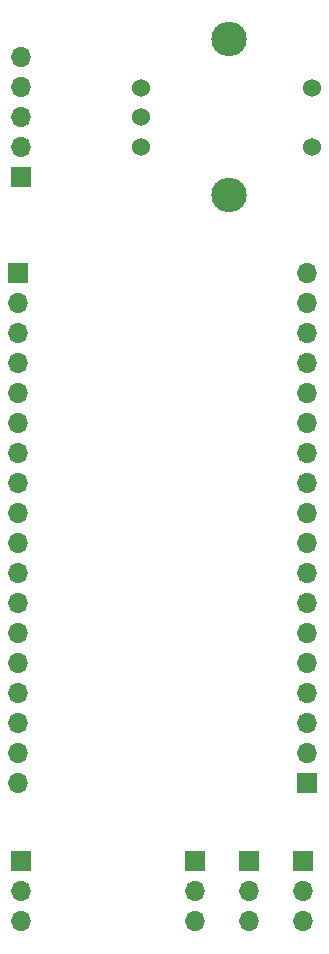
<source format=gts>
%TF.GenerationSoftware,KiCad,Pcbnew,8.0.2*%
%TF.CreationDate,2024-09-16T20:09:15-04:00*%
%TF.ProjectId,servo_tester,73657276-6f5f-4746-9573-7465722e6b69,rev?*%
%TF.SameCoordinates,Original*%
%TF.FileFunction,Soldermask,Top*%
%TF.FilePolarity,Negative*%
%FSLAX46Y46*%
G04 Gerber Fmt 4.6, Leading zero omitted, Abs format (unit mm)*
G04 Created by KiCad (PCBNEW 8.0.2) date 2024-09-16 20:09:15*
%MOMM*%
%LPD*%
G01*
G04 APERTURE LIST*
%ADD10R,1.700000X1.700000*%
%ADD11O,1.700000X1.700000*%
%ADD12C,1.524000*%
%ADD13O,3.000000X2.900000*%
G04 APERTURE END LIST*
D10*
%TO.C,U4*%
X102362000Y-59436000D03*
D11*
X102362000Y-61976000D03*
X102362000Y-64516000D03*
X102362000Y-67056000D03*
X102362000Y-69596000D03*
X102362000Y-72136000D03*
X102362000Y-74676000D03*
X102362000Y-77216000D03*
X102362000Y-79756000D03*
X102362000Y-82296000D03*
X102362000Y-84836000D03*
X102362000Y-87376000D03*
X102362000Y-89916000D03*
X102362000Y-92456000D03*
X102362000Y-94996000D03*
X102362000Y-97536000D03*
X102362000Y-100076000D03*
X102362000Y-102616000D03*
D10*
X126862000Y-102606000D03*
D11*
X126862000Y-100066000D03*
X126862000Y-97526000D03*
X126862000Y-94986000D03*
X126862000Y-92446000D03*
X126862000Y-89906000D03*
X126862000Y-87366000D03*
X126862000Y-84826000D03*
X126862000Y-82286000D03*
X126862000Y-79746000D03*
X126862000Y-77206000D03*
X126862000Y-74666000D03*
X126862000Y-72126000D03*
X126862000Y-69586000D03*
X126862000Y-67046000D03*
X126862000Y-64506000D03*
X126862000Y-61966000D03*
X126862000Y-59426000D03*
%TD*%
D10*
%TO.C,J3*%
X102616000Y-109220000D03*
D11*
X102616000Y-111760000D03*
X102616000Y-114300000D03*
%TD*%
D12*
%TO.C,SW1*%
X112776000Y-43728000D03*
X112776000Y-48728000D03*
X112776000Y-46228000D03*
X127276000Y-43728000D03*
X127276000Y-48728000D03*
D13*
X120276000Y-39628000D03*
X120276000Y-52828000D03*
%TD*%
D10*
%TO.C,J2*%
X121920000Y-109220000D03*
D11*
X121920000Y-111760000D03*
X121920000Y-114300000D03*
%TD*%
D10*
%TO.C,J5*%
X126492000Y-109220000D03*
D11*
X126492000Y-111760000D03*
X126492000Y-114300000D03*
%TD*%
D10*
%TO.C,J4*%
X102591000Y-51278000D03*
D11*
X102591000Y-48738000D03*
X102591000Y-46198000D03*
X102591000Y-43658000D03*
X102591000Y-41118000D03*
%TD*%
D10*
%TO.C,J1*%
X117348000Y-109220000D03*
D11*
X117348000Y-111760000D03*
X117348000Y-114300000D03*
%TD*%
M02*

</source>
